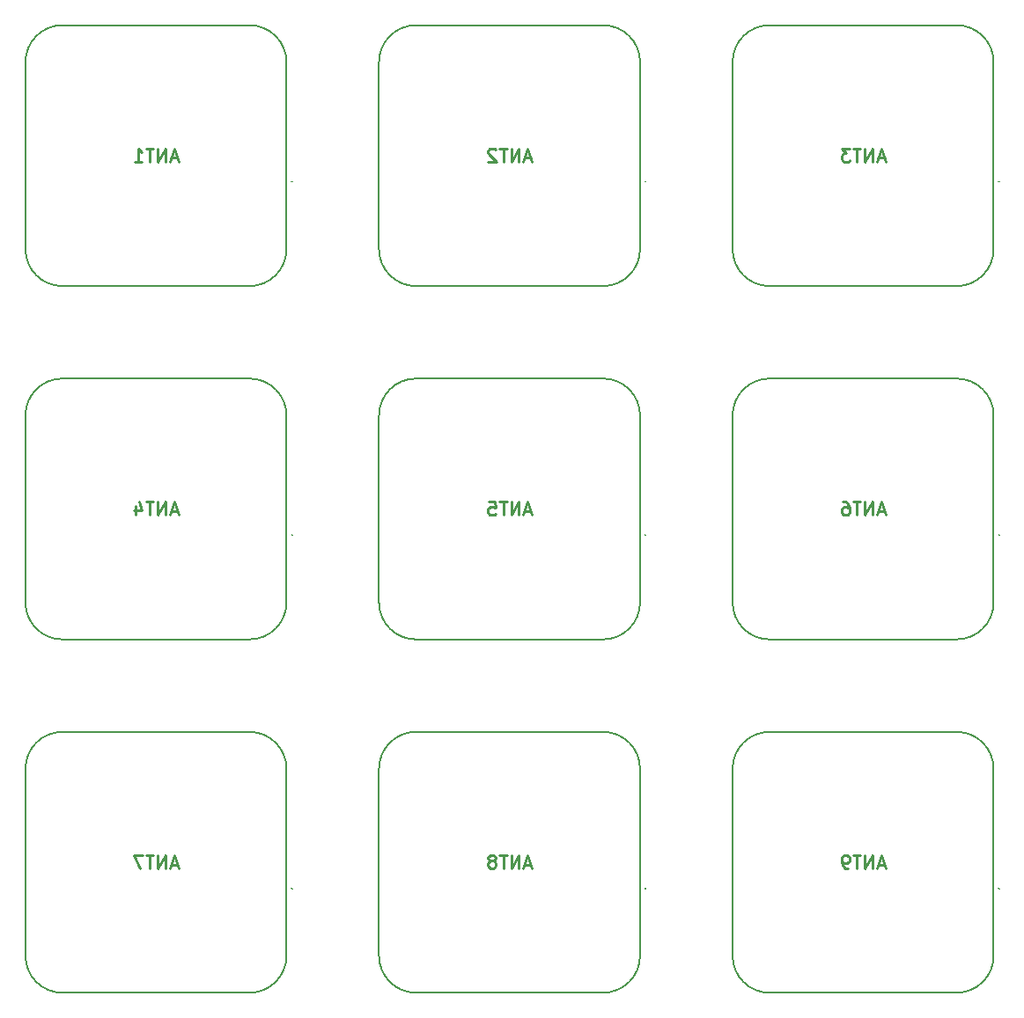
<source format=gbr>
%TF.GenerationSoftware,KiCad,Pcbnew,(6.0.4)*%
%TF.CreationDate,2022-12-29T00:07:26+09:00*%
%TF.ProjectId,gps-ublox-m10s,6770732d-7562-46c6-9f78-2d6d3130732e,rev?*%
%TF.SameCoordinates,Original*%
%TF.FileFunction,Legend,Bot*%
%TF.FilePolarity,Positive*%
%FSLAX46Y46*%
G04 Gerber Fmt 4.6, Leading zero omitted, Abs format (unit mm)*
G04 Created by KiCad (PCBNEW (6.0.4)) date 2022-12-29 00:07:26*
%MOMM*%
%LPD*%
G01*
G04 APERTURE LIST*
%ADD10C,0.254000*%
%ADD11C,0.200000*%
%ADD12C,0.100000*%
G04 APERTURE END LIST*
D10*
%TO.C,ANT9*%
X191231190Y-134271497D02*
X190626428Y-134271497D01*
X191352142Y-134634354D02*
X190928809Y-133364354D01*
X190505476Y-134634354D01*
X190082142Y-134634354D02*
X190082142Y-133364354D01*
X189356428Y-134634354D01*
X189356428Y-133364354D01*
X188933095Y-133364354D02*
X188207380Y-133364354D01*
X188570238Y-134634354D02*
X188570238Y-133364354D01*
X187723571Y-134634354D02*
X187481666Y-134634354D01*
X187360714Y-134573878D01*
X187300238Y-134513402D01*
X187179285Y-134331973D01*
X187118809Y-134090069D01*
X187118809Y-133606259D01*
X187179285Y-133485307D01*
X187239761Y-133424831D01*
X187360714Y-133364354D01*
X187602619Y-133364354D01*
X187723571Y-133424831D01*
X187784047Y-133485307D01*
X187844523Y-133606259D01*
X187844523Y-133908640D01*
X187784047Y-134029592D01*
X187723571Y-134090069D01*
X187602619Y-134150545D01*
X187360714Y-134150545D01*
X187239761Y-134090069D01*
X187179285Y-134029592D01*
X187118809Y-133908640D01*
%TO.C,ANT8*%
X157231190Y-134271497D02*
X156626428Y-134271497D01*
X157352142Y-134634354D02*
X156928809Y-133364354D01*
X156505476Y-134634354D01*
X156082142Y-134634354D02*
X156082142Y-133364354D01*
X155356428Y-134634354D01*
X155356428Y-133364354D01*
X154933095Y-133364354D02*
X154207380Y-133364354D01*
X154570238Y-134634354D02*
X154570238Y-133364354D01*
X153602619Y-133908640D02*
X153723571Y-133848164D01*
X153784047Y-133787688D01*
X153844523Y-133666735D01*
X153844523Y-133606259D01*
X153784047Y-133485307D01*
X153723571Y-133424831D01*
X153602619Y-133364354D01*
X153360714Y-133364354D01*
X153239761Y-133424831D01*
X153179285Y-133485307D01*
X153118809Y-133606259D01*
X153118809Y-133666735D01*
X153179285Y-133787688D01*
X153239761Y-133848164D01*
X153360714Y-133908640D01*
X153602619Y-133908640D01*
X153723571Y-133969116D01*
X153784047Y-134029592D01*
X153844523Y-134150545D01*
X153844523Y-134392450D01*
X153784047Y-134513402D01*
X153723571Y-134573878D01*
X153602619Y-134634354D01*
X153360714Y-134634354D01*
X153239761Y-134573878D01*
X153179285Y-134513402D01*
X153118809Y-134392450D01*
X153118809Y-134150545D01*
X153179285Y-134029592D01*
X153239761Y-133969116D01*
X153360714Y-133908640D01*
%TO.C,ANT7*%
X123231190Y-134271497D02*
X122626428Y-134271497D01*
X123352142Y-134634354D02*
X122928809Y-133364354D01*
X122505476Y-134634354D01*
X122082142Y-134634354D02*
X122082142Y-133364354D01*
X121356428Y-134634354D01*
X121356428Y-133364354D01*
X120933095Y-133364354D02*
X120207380Y-133364354D01*
X120570238Y-134634354D02*
X120570238Y-133364354D01*
X119905000Y-133364354D02*
X119058333Y-133364354D01*
X119602619Y-134634354D01*
%TO.C,ANT6*%
X191231190Y-100271497D02*
X190626428Y-100271497D01*
X191352142Y-100634354D02*
X190928809Y-99364354D01*
X190505476Y-100634354D01*
X190082142Y-100634354D02*
X190082142Y-99364354D01*
X189356428Y-100634354D01*
X189356428Y-99364354D01*
X188933095Y-99364354D02*
X188207380Y-99364354D01*
X188570238Y-100634354D02*
X188570238Y-99364354D01*
X187239761Y-99364354D02*
X187481666Y-99364354D01*
X187602619Y-99424831D01*
X187663095Y-99485307D01*
X187784047Y-99666735D01*
X187844523Y-99908640D01*
X187844523Y-100392450D01*
X187784047Y-100513402D01*
X187723571Y-100573878D01*
X187602619Y-100634354D01*
X187360714Y-100634354D01*
X187239761Y-100573878D01*
X187179285Y-100513402D01*
X187118809Y-100392450D01*
X187118809Y-100090069D01*
X187179285Y-99969116D01*
X187239761Y-99908640D01*
X187360714Y-99848164D01*
X187602619Y-99848164D01*
X187723571Y-99908640D01*
X187784047Y-99969116D01*
X187844523Y-100090069D01*
%TO.C,ANT5*%
X157231190Y-100271497D02*
X156626428Y-100271497D01*
X157352142Y-100634354D02*
X156928809Y-99364354D01*
X156505476Y-100634354D01*
X156082142Y-100634354D02*
X156082142Y-99364354D01*
X155356428Y-100634354D01*
X155356428Y-99364354D01*
X154933095Y-99364354D02*
X154207380Y-99364354D01*
X154570238Y-100634354D02*
X154570238Y-99364354D01*
X153179285Y-99364354D02*
X153784047Y-99364354D01*
X153844523Y-99969116D01*
X153784047Y-99908640D01*
X153663095Y-99848164D01*
X153360714Y-99848164D01*
X153239761Y-99908640D01*
X153179285Y-99969116D01*
X153118809Y-100090069D01*
X153118809Y-100392450D01*
X153179285Y-100513402D01*
X153239761Y-100573878D01*
X153360714Y-100634354D01*
X153663095Y-100634354D01*
X153784047Y-100573878D01*
X153844523Y-100513402D01*
%TO.C,ANT4*%
X123231190Y-100271497D02*
X122626428Y-100271497D01*
X123352142Y-100634354D02*
X122928809Y-99364354D01*
X122505476Y-100634354D01*
X122082142Y-100634354D02*
X122082142Y-99364354D01*
X121356428Y-100634354D01*
X121356428Y-99364354D01*
X120933095Y-99364354D02*
X120207380Y-99364354D01*
X120570238Y-100634354D02*
X120570238Y-99364354D01*
X119239761Y-99787688D02*
X119239761Y-100634354D01*
X119542142Y-99303878D02*
X119844523Y-100211021D01*
X119058333Y-100211021D01*
%TO.C,ANT3*%
X191231190Y-66271497D02*
X190626428Y-66271497D01*
X191352142Y-66634354D02*
X190928809Y-65364354D01*
X190505476Y-66634354D01*
X190082142Y-66634354D02*
X190082142Y-65364354D01*
X189356428Y-66634354D01*
X189356428Y-65364354D01*
X188933095Y-65364354D02*
X188207380Y-65364354D01*
X188570238Y-66634354D02*
X188570238Y-65364354D01*
X187905000Y-65364354D02*
X187118809Y-65364354D01*
X187542142Y-65848164D01*
X187360714Y-65848164D01*
X187239761Y-65908640D01*
X187179285Y-65969116D01*
X187118809Y-66090069D01*
X187118809Y-66392450D01*
X187179285Y-66513402D01*
X187239761Y-66573878D01*
X187360714Y-66634354D01*
X187723571Y-66634354D01*
X187844523Y-66573878D01*
X187905000Y-66513402D01*
%TO.C,ANT2*%
X157231190Y-66271497D02*
X156626428Y-66271497D01*
X157352142Y-66634354D02*
X156928809Y-65364354D01*
X156505476Y-66634354D01*
X156082142Y-66634354D02*
X156082142Y-65364354D01*
X155356428Y-66634354D01*
X155356428Y-65364354D01*
X154933095Y-65364354D02*
X154207380Y-65364354D01*
X154570238Y-66634354D02*
X154570238Y-65364354D01*
X153844523Y-65485307D02*
X153784047Y-65424831D01*
X153663095Y-65364354D01*
X153360714Y-65364354D01*
X153239761Y-65424831D01*
X153179285Y-65485307D01*
X153118809Y-65606259D01*
X153118809Y-65727211D01*
X153179285Y-65908640D01*
X153905000Y-66634354D01*
X153118809Y-66634354D01*
%TO.C,ANT1*%
X123231190Y-66271497D02*
X122626428Y-66271497D01*
X123352142Y-66634354D02*
X122928809Y-65364354D01*
X122505476Y-66634354D01*
X122082142Y-66634354D02*
X122082142Y-65364354D01*
X121356428Y-66634354D01*
X121356428Y-65364354D01*
X120933095Y-65364354D02*
X120207380Y-65364354D01*
X120570238Y-66634354D02*
X120570238Y-65364354D01*
X119118809Y-66634354D02*
X119844523Y-66634354D01*
X119481666Y-66634354D02*
X119481666Y-65364354D01*
X119602619Y-65545783D01*
X119723571Y-65666735D01*
X119844523Y-65727211D01*
D11*
%TO.C,ANT9*%
X201725000Y-125059831D02*
X201725000Y-125059831D01*
X201725000Y-143059831D02*
X201725000Y-134059831D01*
X180175000Y-121509831D02*
X180175000Y-121509831D01*
X176625000Y-143059831D02*
X176625000Y-143059831D01*
D12*
X202175000Y-136559831D02*
X202175000Y-136559831D01*
X202275000Y-136559831D02*
X202275000Y-136559831D01*
D11*
X198175000Y-121509831D02*
X180175000Y-121509831D01*
X176625000Y-125059831D02*
X176625000Y-143059831D01*
X198175000Y-146609831D02*
X198175000Y-146609831D01*
X180175000Y-146609831D02*
X198175000Y-146609831D01*
X201725000Y-134059831D02*
X201725000Y-125059831D01*
D12*
X202275000Y-136559831D02*
G75*
G03*
X202175000Y-136559831I-50000J0D01*
G01*
D11*
X176625000Y-143059831D02*
G75*
G03*
X180175000Y-146609831I3550000J0D01*
G01*
D12*
X202175000Y-136559831D02*
G75*
G03*
X202275000Y-136559831I50000J0D01*
G01*
D11*
X198175000Y-146609831D02*
G75*
G03*
X201725000Y-143059831I0J3550000D01*
G01*
X201725000Y-125059831D02*
G75*
G03*
X198175000Y-121509831I-3550000J0D01*
G01*
X180175000Y-121509831D02*
G75*
G03*
X176625000Y-125059831I0J-3550000D01*
G01*
%TO.C,ANT8*%
X167725000Y-125059831D02*
X167725000Y-125059831D01*
X167725000Y-143059831D02*
X167725000Y-134059831D01*
X146175000Y-121509831D02*
X146175000Y-121509831D01*
X142625000Y-143059831D02*
X142625000Y-143059831D01*
D12*
X168175000Y-136559831D02*
X168175000Y-136559831D01*
X168275000Y-136559831D02*
X168275000Y-136559831D01*
D11*
X164175000Y-121509831D02*
X146175000Y-121509831D01*
X142625000Y-125059831D02*
X142625000Y-143059831D01*
X164175000Y-146609831D02*
X164175000Y-146609831D01*
X146175000Y-146609831D02*
X164175000Y-146609831D01*
X167725000Y-134059831D02*
X167725000Y-125059831D01*
D12*
X168275000Y-136559831D02*
G75*
G03*
X168175000Y-136559831I-50000J0D01*
G01*
D11*
X142625000Y-143059831D02*
G75*
G03*
X146175000Y-146609831I3550000J0D01*
G01*
D12*
X168175000Y-136559831D02*
G75*
G03*
X168275000Y-136559831I50000J0D01*
G01*
D11*
X164175000Y-146609831D02*
G75*
G03*
X167725000Y-143059831I0J3550000D01*
G01*
X167725000Y-125059831D02*
G75*
G03*
X164175000Y-121509831I-3550000J0D01*
G01*
X146175000Y-121509831D02*
G75*
G03*
X142625000Y-125059831I0J-3550000D01*
G01*
%TO.C,ANT7*%
X133725000Y-125059831D02*
X133725000Y-125059831D01*
X133725000Y-143059831D02*
X133725000Y-134059831D01*
X112175000Y-121509831D02*
X112175000Y-121509831D01*
X108625000Y-143059831D02*
X108625000Y-143059831D01*
D12*
X134175000Y-136559831D02*
X134175000Y-136559831D01*
X134275000Y-136559831D02*
X134275000Y-136559831D01*
D11*
X130175000Y-121509831D02*
X112175000Y-121509831D01*
X108625000Y-125059831D02*
X108625000Y-143059831D01*
X130175000Y-146609831D02*
X130175000Y-146609831D01*
X112175000Y-146609831D02*
X130175000Y-146609831D01*
X133725000Y-134059831D02*
X133725000Y-125059831D01*
D12*
X134275000Y-136559831D02*
G75*
G03*
X134175000Y-136559831I-50000J0D01*
G01*
D11*
X108625000Y-143059831D02*
G75*
G03*
X112175000Y-146609831I3550000J0D01*
G01*
D12*
X134175000Y-136559831D02*
G75*
G03*
X134275000Y-136559831I50000J0D01*
G01*
D11*
X130175000Y-146609831D02*
G75*
G03*
X133725000Y-143059831I0J3550000D01*
G01*
X133725000Y-125059831D02*
G75*
G03*
X130175000Y-121509831I-3550000J0D01*
G01*
X112175000Y-121509831D02*
G75*
G03*
X108625000Y-125059831I0J-3550000D01*
G01*
%TO.C,ANT6*%
X201725000Y-91059831D02*
X201725000Y-91059831D01*
X201725000Y-109059831D02*
X201725000Y-100059831D01*
X180175000Y-87509831D02*
X180175000Y-87509831D01*
X176625000Y-109059831D02*
X176625000Y-109059831D01*
D12*
X202175000Y-102559831D02*
X202175000Y-102559831D01*
X202275000Y-102559831D02*
X202275000Y-102559831D01*
D11*
X198175000Y-87509831D02*
X180175000Y-87509831D01*
X176625000Y-91059831D02*
X176625000Y-109059831D01*
X198175000Y-112609831D02*
X198175000Y-112609831D01*
X180175000Y-112609831D02*
X198175000Y-112609831D01*
X201725000Y-100059831D02*
X201725000Y-91059831D01*
D12*
X202275000Y-102559831D02*
G75*
G03*
X202175000Y-102559831I-50000J0D01*
G01*
D11*
X176625000Y-109059831D02*
G75*
G03*
X180175000Y-112609831I3550000J0D01*
G01*
D12*
X202175000Y-102559831D02*
G75*
G03*
X202275000Y-102559831I50000J0D01*
G01*
D11*
X198175000Y-112609831D02*
G75*
G03*
X201725000Y-109059831I0J3550000D01*
G01*
X201725000Y-91059831D02*
G75*
G03*
X198175000Y-87509831I-3550000J0D01*
G01*
X180175000Y-87509831D02*
G75*
G03*
X176625000Y-91059831I0J-3550000D01*
G01*
%TO.C,ANT5*%
X167725000Y-91059831D02*
X167725000Y-91059831D01*
X167725000Y-109059831D02*
X167725000Y-100059831D01*
X146175000Y-87509831D02*
X146175000Y-87509831D01*
X142625000Y-109059831D02*
X142625000Y-109059831D01*
D12*
X168175000Y-102559831D02*
X168175000Y-102559831D01*
X168275000Y-102559831D02*
X168275000Y-102559831D01*
D11*
X164175000Y-87509831D02*
X146175000Y-87509831D01*
X142625000Y-91059831D02*
X142625000Y-109059831D01*
X164175000Y-112609831D02*
X164175000Y-112609831D01*
X146175000Y-112609831D02*
X164175000Y-112609831D01*
X167725000Y-100059831D02*
X167725000Y-91059831D01*
D12*
X168275000Y-102559831D02*
G75*
G03*
X168175000Y-102559831I-50000J0D01*
G01*
D11*
X142625000Y-109059831D02*
G75*
G03*
X146175000Y-112609831I3550000J0D01*
G01*
D12*
X168175000Y-102559831D02*
G75*
G03*
X168275000Y-102559831I50000J0D01*
G01*
D11*
X164175000Y-112609831D02*
G75*
G03*
X167725000Y-109059831I0J3550000D01*
G01*
X167725000Y-91059831D02*
G75*
G03*
X164175000Y-87509831I-3550000J0D01*
G01*
X146175000Y-87509831D02*
G75*
G03*
X142625000Y-91059831I0J-3550000D01*
G01*
%TO.C,ANT4*%
X133725000Y-91059831D02*
X133725000Y-91059831D01*
X133725000Y-109059831D02*
X133725000Y-100059831D01*
X112175000Y-87509831D02*
X112175000Y-87509831D01*
X108625000Y-109059831D02*
X108625000Y-109059831D01*
D12*
X134175000Y-102559831D02*
X134175000Y-102559831D01*
X134275000Y-102559831D02*
X134275000Y-102559831D01*
D11*
X130175000Y-87509831D02*
X112175000Y-87509831D01*
X108625000Y-91059831D02*
X108625000Y-109059831D01*
X130175000Y-112609831D02*
X130175000Y-112609831D01*
X112175000Y-112609831D02*
X130175000Y-112609831D01*
X133725000Y-100059831D02*
X133725000Y-91059831D01*
D12*
X134275000Y-102559831D02*
G75*
G03*
X134175000Y-102559831I-50000J0D01*
G01*
D11*
X108625000Y-109059831D02*
G75*
G03*
X112175000Y-112609831I3550000J0D01*
G01*
D12*
X134175000Y-102559831D02*
G75*
G03*
X134275000Y-102559831I50000J0D01*
G01*
D11*
X130175000Y-112609831D02*
G75*
G03*
X133725000Y-109059831I0J3550000D01*
G01*
X133725000Y-91059831D02*
G75*
G03*
X130175000Y-87509831I-3550000J0D01*
G01*
X112175000Y-87509831D02*
G75*
G03*
X108625000Y-91059831I0J-3550000D01*
G01*
%TO.C,ANT3*%
X201725000Y-57059831D02*
X201725000Y-57059831D01*
X201725000Y-75059831D02*
X201725000Y-66059831D01*
X180175000Y-53509831D02*
X180175000Y-53509831D01*
X176625000Y-75059831D02*
X176625000Y-75059831D01*
D12*
X202175000Y-68559831D02*
X202175000Y-68559831D01*
X202275000Y-68559831D02*
X202275000Y-68559831D01*
D11*
X198175000Y-53509831D02*
X180175000Y-53509831D01*
X176625000Y-57059831D02*
X176625000Y-75059831D01*
X198175000Y-78609831D02*
X198175000Y-78609831D01*
X180175000Y-78609831D02*
X198175000Y-78609831D01*
X201725000Y-66059831D02*
X201725000Y-57059831D01*
D12*
X202275000Y-68559831D02*
G75*
G03*
X202175000Y-68559831I-50000J0D01*
G01*
D11*
X176625000Y-75059831D02*
G75*
G03*
X180175000Y-78609831I3550000J0D01*
G01*
D12*
X202175000Y-68559831D02*
G75*
G03*
X202275000Y-68559831I50000J0D01*
G01*
D11*
X198175000Y-78609831D02*
G75*
G03*
X201725000Y-75059831I0J3550000D01*
G01*
X201725000Y-57059831D02*
G75*
G03*
X198175000Y-53509831I-3550000J0D01*
G01*
X180175000Y-53509831D02*
G75*
G03*
X176625000Y-57059831I0J-3550000D01*
G01*
%TO.C,ANT2*%
X167725000Y-57059831D02*
X167725000Y-57059831D01*
X167725000Y-75059831D02*
X167725000Y-66059831D01*
X146175000Y-53509831D02*
X146175000Y-53509831D01*
X142625000Y-75059831D02*
X142625000Y-75059831D01*
D12*
X168175000Y-68559831D02*
X168175000Y-68559831D01*
X168275000Y-68559831D02*
X168275000Y-68559831D01*
D11*
X164175000Y-53509831D02*
X146175000Y-53509831D01*
X142625000Y-57059831D02*
X142625000Y-75059831D01*
X164175000Y-78609831D02*
X164175000Y-78609831D01*
X146175000Y-78609831D02*
X164175000Y-78609831D01*
X167725000Y-66059831D02*
X167725000Y-57059831D01*
D12*
X168275000Y-68559831D02*
G75*
G03*
X168175000Y-68559831I-50000J0D01*
G01*
D11*
X142625000Y-75059831D02*
G75*
G03*
X146175000Y-78609831I3550000J0D01*
G01*
D12*
X168175000Y-68559831D02*
G75*
G03*
X168275000Y-68559831I50000J0D01*
G01*
D11*
X164175000Y-78609831D02*
G75*
G03*
X167725000Y-75059831I0J3550000D01*
G01*
X167725000Y-57059831D02*
G75*
G03*
X164175000Y-53509831I-3550000J0D01*
G01*
X146175000Y-53509831D02*
G75*
G03*
X142625000Y-57059831I0J-3550000D01*
G01*
%TO.C,ANT1*%
X133725000Y-57059831D02*
X133725000Y-57059831D01*
X133725000Y-75059831D02*
X133725000Y-66059831D01*
X112175000Y-53509831D02*
X112175000Y-53509831D01*
X108625000Y-75059831D02*
X108625000Y-75059831D01*
D12*
X134175000Y-68559831D02*
X134175000Y-68559831D01*
X134275000Y-68559831D02*
X134275000Y-68559831D01*
D11*
X130175000Y-53509831D02*
X112175000Y-53509831D01*
X108625000Y-57059831D02*
X108625000Y-75059831D01*
X130175000Y-78609831D02*
X130175000Y-78609831D01*
X112175000Y-78609831D02*
X130175000Y-78609831D01*
X133725000Y-66059831D02*
X133725000Y-57059831D01*
D12*
X134275000Y-68559831D02*
G75*
G03*
X134175000Y-68559831I-50000J0D01*
G01*
D11*
X108625000Y-75059831D02*
G75*
G03*
X112175000Y-78609831I3550000J0D01*
G01*
D12*
X134175000Y-68559831D02*
G75*
G03*
X134275000Y-68559831I50000J0D01*
G01*
D11*
X130175000Y-78609831D02*
G75*
G03*
X133725000Y-75059831I0J3550000D01*
G01*
X133725000Y-57059831D02*
G75*
G03*
X130175000Y-53509831I-3550000J0D01*
G01*
X112175000Y-53509831D02*
G75*
G03*
X108625000Y-57059831I0J-3550000D01*
G01*
%TD*%
M02*

</source>
